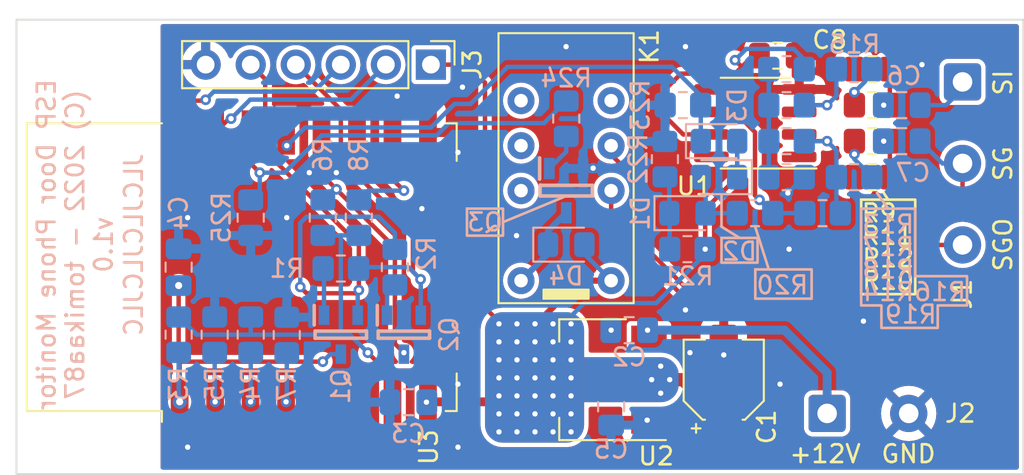
<source format=kicad_pcb>
(kicad_pcb (version 20211014) (generator pcbnew)
  (layers (0 "F.Cu" signal) (31 "B.Cu" signal) (34 "B.Paste" user) (35 "F.Paste" user) (36 "B.SilkS" user "B.Silkscreen") (37 "F.SilkS" user "F.Silkscreen") (38 "B.Mask" user) (39 "F.Mask" user) (44 "Edge.Cuts" user))
  (net 0 "")
  (net 1 "VDD")
  (net 2 "GND")
  (net 3 "+12V")
  (net 4 "SPEAKER_INPUT")
  (net 5 "SPEAKER_GND")
  (net 6 "Net-(Q1-Pad1)")
  (net 7 "ESP_EN")
  (net 8 "Net-(R5-Pad1)")
  (net 9 "ESP_GPIO0")
  (net 10 "Net-(R7-Pad1)")
  (net 11 "Net-(R8-Pad2)")
  (net 22 "ESP_RINGING_SENSE")
  (net 23 "ESP_MUTE_CTRL")
  (net 24 "ESP_RXD")
  (net 25 "ESP_TXD")
  (net 26 "PGM_RTS")
  (net 27 "ESP_~{RST}")
  (net 28 "Net-(Q2-Pad1)")
  (net 29 "PGM_DTR")
  (net 30 "Net-(C6-Pad2)")
  (net 31 "Net-(C7-Pad2)")
  (net 32 "Net-(D1-Pad1)")
  (net 33 "Net-(D1-Pad2)")
  (net 34 "Net-(D2-Pad1)")
  (net 35 "Net-(R11-Pad2)")
  (net 36 "Net-(R12-Pad2)")
  (net 37 "Net-(R13-Pad2)")
  (net 38 "Net-(R15-Pad2)")
  (net 39 "Net-(R16-Pad2)")
  (net 40 "Net-(R19-Pad2)")
  (net 44 "Net-(D4-Pad1)")
  (net 45 "SPEAKER_GND_OUT")
  (net 50 "Net-(Q3-Pad1)")
  (footprint "Connector_Wire:SolderWire-0.5sqmm_1x02_P4.6mm_D0.9mm_OD2.1mm" (layer "F.Cu") (at 153.91 107.061)
    (fp_text reference "J2")
    (fp_text value "PWR_IN")
  )
  (footprint "Capacitor_SMD:CP_Elec_4x3" (layer "F.Cu") (at 148.082 105.156 90)
    (fp_text reference "C1")
    (fp_text value "1000u")
  )
  (footprint "Capacitor_SMD:C_0805_2012Metric_Pad1.18x1.45mm_HandSolder" (layer "F.Cu") (at 151.13 86.868)
    (fp_text reference "C8")
    (fp_text value "100n")
  )
  (footprint "Resistor_SMD:R_0805_2012Metric_Pad1.20x1.40mm_HandSolder" (layer "F.Cu") (at 156.448 93.726 180)
    (fp_text reference "R10")
    (fp_text value "470k")
  )
  (footprint "Package_TO_SOT_SMD:SOT-223-3_TabPin2" (layer "F.Cu") (at 140.716 105.156 180)
    (fp_text reference "U2")
    (fp_text value "AMS1117-3.3")
  )
  (footprint "Resistor_SMD:R_0805_2012Metric_Pad1.20x1.40mm_HandSolder" (layer "F.Cu") (at 156.448 91.694 180)
    (fp_text reference "R12")
    (fp_text value "1M")
  )
  (footprint "axicom:FX2-D3204" (layer "F.Cu") (at 139.192 94.488 90)
    (fp_text reference "K1")
    (fp_text value "D3204")
  )
  (footprint "Connector_Wire:SolderWire-0.5sqmm_1x03_P4.6mm_D0.9mm_OD2.1mm" (layer "F.Cu") (at 161.544 88.35 -90)
    (fp_text reference "J1")
    (fp_text value "PHONE")
  )
  (footprint "Connector_PinHeader_2.54mm:PinHeader_1x06_P2.54mm_Vertical" (layer "F.Cu") (at 131.572 87.376 -90)
    (fp_text reference "J3")
    (fp_text value "PROGRAM")
  )
  (footprint "Package_SO:SOIC-8_3.9x4.9mm_P1.27mm" (layer "F.Cu") (at 149.86 90.678 180)
    (fp_text reference "U1")
    (fp_text value "OP07")
  )
  (footprint "Resistor_SMD:R_0805_2012Metric_Pad1.20x1.40mm_HandSolder" (layer "F.Cu") (at 156.448 89.662 180)
    (fp_text reference "R11")
    (fp_text value "1M")
  )
  (footprint "Resistor_SMD:R_0805_2012Metric_Pad1.20x1.40mm_HandSolder" (layer "F.Cu") (at 156.448 87.63 180)
    (fp_text reference "R9")
    (fp_text value "470k")
  )
  (footprint "RF_Module:ESP-12E" (layer "F.Cu") (at 120.904 98.806 90)
    (fp_text reference "U3")
    (fp_text value "ESP-12E")
  )
  (footprint "Resistor_SMD:R_0805_2012Metric_Pad1.20x1.40mm_HandSolder" (layer "B.Cu") (at 155.432 87.63 180)
    (fp_text reference "R15")
    (fp_text value "470k")
  )
  (footprint "Resistor_SMD:R_0805_2012Metric_Pad1.20x1.40mm_HandSolder" (layer "B.Cu") (at 125.476 96.012 90)
    (fp_text reference "R6")
    (fp_text value "10k")
  )
  (footprint "Diode_SMD:D_0805_2012Metric_Pad1.15x1.40mm_HandSolder" (layer "B.Cu") (at 147.812 93.726 180)
    (fp_text reference "D2")
    (fp_text value "1N4148")
  )
  (footprint "Resistor_SMD:R_0805_2012Metric_Pad1.20x1.40mm_HandSolder" (layer "B.Cu") (at 129.54 98.806 90)
    (fp_text reference "R2")
    (fp_text value "10k")
  )
  (footprint "Resistor_SMD:R_0805_2012Metric_Pad1.20x1.40mm_HandSolder" (layer "B.Cu") (at 146.034 97.79 180)
    (fp_text reference "R21")
    (fp_text value "10k")
  )
  (footprint "Diode_SMD:D_0805_2012Metric_Pad1.15x1.40mm_HandSolder" (layer "B.Cu") (at 146.034 95.758)
    (fp_text reference "D1")
    (fp_text value "1N4148")
  )
  (footprint "Capacitor_SMD:C_0805_2012Metric_Pad1.18x1.45mm_HandSolder" (layer "B.Cu") (at 141.732 106.68 -90)
    (fp_text reference "C5")
    (fp_text value "10u")
  )
  (footprint "Resistor_SMD:R_0805_2012Metric_Pad1.20x1.40mm_HandSolder" (layer "B.Cu") (at 151.622 87.63 180)
    (fp_text reference "R13")
    (fp_text value "10k")
  )
  (footprint "Resistor_SMD:R_0805_2012Metric_Pad1.20x1.40mm_HandSolder" (layer "B.Cu") (at 151.622 91.694)
    (fp_text reference "R18")
    (fp_text value "36k")
  )
  (footprint "SamacSys Parts:SOT95P280X125-3N" (layer "B.Cu") (at 139.201 94.488 -90)
    (fp_text reference "Q3")
    (fp_text value "AO3480" hide)
  )
  (footprint "Resistor_SMD:R_0805_2012Metric_Pad1.20x1.40mm_HandSolder" (layer "B.Cu") (at 119.38 102.616 90)
    (fp_text reference "R5")
    (fp_text value "10k")
  )
  (footprint "Resistor_SMD:R_0805_2012Metric_Pad1.20x1.40mm_HandSolder" (layer "B.Cu") (at 151.622 93.726)
    (fp_text reference "R14")
    (fp_text value "10k")
  )
  (footprint "Diode_SMD:D_0805_2012Metric_Pad1.15x1.40mm_HandSolder" (layer "B.Cu") (at 147.812 91.694)
    (fp_text reference "D3")
    (fp_text value "1N4148")
  )
  (footprint "Resistor_SMD:R_0805_2012Metric_Pad1.20x1.40mm_HandSolder" (layer "B.Cu") (at 144.764 92.71 90)
    (fp_text reference "R22")
    (fp_text value "100k")
  )
  (footprint "Resistor_SMD:R_0805_2012Metric_Pad1.20x1.40mm_HandSolder" (layer "B.Cu") (at 149.844 95.758 180)
    (fp_text reference "R20")
    (fp_text value "1k")
  )
  (footprint "Resistor_SMD:R_0805_2012Metric_Pad1.20x1.40mm_HandSolder" (layer "B.Cu") (at 117.348 102.616 -90)
    (fp_text reference "R3")
    (fp_text value "10k")
  )
  (footprint "SamacSys Parts:SOT95P240X115-3N" (layer "B.Cu") (at 126.492 102.616 -90)
    (fp_text reference "Q1")
    (fp_text value "SS8050-G" hide)
  )
  (footprint "SamacSys Parts:SOT95P240X115-3N" (layer "B.Cu") (at 130.048 102.616 -90)
    (fp_text reference "Q2")
    (fp_text value "SS8050-G" hide)
  )
  (footprint "Resistor_SMD:R_0805_2012Metric_Pad1.20x1.40mm_HandSolder" (layer "B.Cu") (at 145.78 89.662 180)
    (fp_text reference "R23")
    (fp_text value "100k")
  )
  (footprint "Resistor_SMD:R_0805_2012Metric_Pad1.20x1.40mm_HandSolder" (layer "B.Cu") (at 155.432 93.726 180)
    (fp_text reference "R16")
    (fp_text value "470k")
  )
  (footprint "Resistor_SMD:R_0805_2012Metric_Pad1.20x1.40mm_HandSolder" (layer "B.Cu") (at 126.492 98.8822)
    (fp_text reference "R1")
    (fp_text value "10k")
  )
  (footprint "Resistor_SMD:R_0805_2012Metric_Pad1.20x1.40mm_HandSolder" (layer "B.Cu") (at 127.508 96.012 90)
    (fp_text reference "R8")
    (fp_text value "10k")
  )
  (footprint "Diode_SMD:D_0805_2012Metric_Pad1.15x1.40mm_HandSolder" (layer "B.Cu") (at 139.201 97.536)
    (fp_text reference "D4")
    (fp_text value "1N4148")
  )
  (footprint "Resistor_SMD:R_0805_2012Metric_Pad1.20x1.40mm_HandSolder" (layer "B.Cu") (at 151.622 89.662)
    (fp_text reference "R17")
    (fp_text value "36k")
  )
  (footprint "Resistor_SMD:R_0805_2012Metric_Pad1.20x1.40mm_HandSolder" (layer "B.Cu") (at 121.412 96.012 -90)
    (fp_text reference "R25")
    (fp_text value "10k")
  )
  (footprint "Resistor_SMD:R_0805_2012Metric_Pad1.20x1.40mm_HandSolder" (layer "B.Cu") (at 139.201 90.424 -90)
    (fp_text reference "R24")
    (fp_text value "1k")
  )
  (footprint "Resistor_SMD:R_0805_2012Metric_Pad1.20x1.40mm_HandSolder" (layer "B.Cu") (at 123.444 102.632 90)
    (fp_text reference "R7")
    (fp_text value "10k")
  )
  (footprint "Capacitor_SMD:C_0805_2012Metric_Pad1.18x1.45mm_HandSolder" (layer "B.Cu") (at 142.748 102.362 180)
    (fp_text reference "C2")
    (fp_text value "10u")
  )
  (footprint "Capacitor_SMD:C_0805_2012Metric_Pad1.18x1.45mm_HandSolder" (layer "B.Cu") (at 158.115 89.662 180)
    (fp_text reference "C6")
    (fp_text value "1n")
  )
  (footprint "Capacitor_SMD:C_0805_2012Metric_Pad1.18x1.45mm_HandSolder" (layer "B.Cu") (at 117.348 98.806 90)
    (fp_text reference "C4")
    (fp_text value "100n")
  )
  (footprint "Capacitor_SMD:C_0805_2012Metric_Pad1.18x1.45mm_HandSolder" (layer "B.Cu") (at 130.302 106.426 180)
    (fp_text reference "C3")
    (fp_text value "100n")
  )
  (footprint "Resistor_SMD:R_0805_2012Metric_Pad1.20x1.40mm_HandSolder" (layer "B.Cu") (at 153.654 95.758 180)
    (fp_text reference "R19")
    (fp_text value "470k")
  )
  (footprint "Capacitor_SMD:C_0805_2012Metric_Pad1.18x1.45mm_HandSolder" (layer "B.Cu") (at 158.115 91.694 180)
    (fp_text reference "C7")
    (fp_text value "1n")
  )
  (footprint "Resistor_SMD:R_0805_2012Metric_Pad1.20x1.40mm_HandSolder" (layer "B.Cu") (at 121.412 102.616 -90)
    (fp_text reference "R4")
    (fp_text value "10k")
  )
  (gr_poly (pts (xy 158.877 99.314) (xy 161.798 99.314) (xy 161.798 100.965) (xy 160.147 100.965) (xy 160.147 102.235) (xy 156.972 102.235) (xy 156.972 100.965) (xy 155.829 100.965) (xy 155.829 95.504) (xy 158.877 95.504)) (layer "B.SilkS") (width 0.15) (fill none))
  (gr_line (start 147.955 96.52) (end 147.955 94.742) (layer "B.SilkS") (width 0.15))
  (gr_rect (start 133.604 95.504) (end 135.636 97.028) (layer "B.SilkS") (width 0.15) (fill none))
  (gr_line (start 157.353 95.504) (end 156.718 94.615) (layer "B.SilkS") (width 0.15))
  (gr_line (start 148.971 97.155) (end 147.955 96.52) (layer "B.SilkS") (width 0.15))
  (gr_line (start 135.636 96.266) (end 139.201 94.788) (layer "B.SilkS") (width 0.15))
  (gr_line (start 150.622 98.933) (end 149.844 96.493) (layer "B.SilkS") (width 0.15))
  (gr_rect (start 153.035 98.933) (end 149.86 100.584) (layer "B.SilkS") (width 0.15) (fill none))
  (gr_rect (start 147.955 97.155) (end 149.987 98.552) (layer "B.SilkS") (width 0.15) (fill none))
  (gr_rect (start 155.829 94.996) (end 158.877 100.33) (layer "F.SilkS") (width 0.15) (fill none))
  (gr_line (start 157.353 94.996) (end 157.099 94.615) (layer "F.SilkS") (width 0.15))
  (gr_rect (start 108.204 84.836) (end 164.973 110.49) (layer "Edge.Cuts") (width 0.1) (fill none))
  (gr_text "JLCJLCJLCJLC" (at 114.808 97.536 90) (layer "B.SilkS") (effects (font (size 1 1)) (justify mirror)))
  (gr_text "ESP Door Phone Monitor\n(C) 2022 - tomikaa87\nv1.0" (at 111.506 97.536 90) (layer "B.SilkS") (effects (font (size 1 1)) (justify mirror)))
  (gr_text "SGO" (at 163.83 97.536 90) (layer "F.SilkS") (effects (font (size 1 1))))
  (gr_text "GND" (at 158.496 109.347) (layer "F.SilkS") (effects (font (size 1 1))))
  (gr_text "SI" (at 163.83 88.392 90) (layer "F.SilkS") (effects (font (size 1 1))))
  (gr_text "SG" (at 163.83 92.964 90) (layer "F.SilkS") (effects (font (size 1 1))))
  (gr_text "+12V" (at 153.797 109.347) (layer "F.SilkS") (effects (font (size 1 1))))
  (segment (start 148.082 106.956) (end 147.596 106.956) (width 0.75) (layer "F.Cu") (net 1))
  (segment (start 148.844 91.694) (end 148.844 93.726) (width 0.25) (layer "F.Cu") (net 1))
  (segment (start 147.034 95.536) (end 147.034 97.79) (width 0.25) (layer "F.Cu") (net 1))
  (segment (start 148.844 93.726) (end 147.034 95.536) (width 0.25) (layer "F.Cu") (net 1))
  (segment (start 130.556 104.648) (end 131.404 105.496) (width 0.25) (layer "F.Cu") (net 1))
  (segment (start 141.732 99.568) (end 139.954 99.568) (width 0.35) (layer "F.Cu") (net 1))
  (segment (start 148.717 87.122) (end 149.098 87.503) (width 0.25) (layer "F.Cu") (net 1))
  (segment (start 145.669 87.884) (end 144.907 88.646) (width 0.25) (layer "F.Cu") (net 1))
  (segment (start 147.596 106.956) (end 145.796 105.156) (width 0.75) (layer "F.Cu") (net 1))
  (segment (start 150.0925 86.868) (end 149.733 86.868) (width 0.25) (layer "F.Cu") (net 1))
  (segment (start 134.62 88.392) (end 134.62 101.092) (width 0.25) (layer "F.Cu") (net 1))
  (segment (start 139.954 99.568) (end 137.566 101.956) (width 0.35) (layer "F.Cu") (net 1))
  (segment (start 131.404 105.496) (end 131.404 106.406) (width 0.25) (layer "F.Cu") (net 1))
  (segment (start 149.098 87.503) (end 148.717 87.884) (width 0.25) (layer "F.Cu") (net 1))
  (segment (start 144.907 90.424) (end 145.796 91.313) (width 0.25) (layer "F.Cu") (net 1))
  (segment (start 145.796 91.313) (end 147.385 91.313) (width 0.25) (layer "F.Cu") (net 1))
  (segment (start 148.463 91.313) (end 148.844 91.694) (width 0.25) (layer "F.Cu") (net 1))
  (segment (start 131.572 87.376) (end 133.604 87.376) (width 0.25) (layer "F.Cu") (net 1))
  (segment (start 133.604 87.376) (end 134.62 88.392) (width 0.25) (layer "F.Cu") (net 1))
  (segment (start 134.62 101.092) (end 135.128 101.6) (width 0.25) (layer "F.Cu") (net 1))
  (segment (start 128.016 103.632) (end 129.032 104.648) (width 0.25) (layer "F.Cu") (net 1))
  (segment (start 144.907 88.646) (end 144.907 90.424) (width 0.25) (layer "F.Cu") (net 1))
  (segment (start 131.404 106.406) (end 134.854 106.406) (width 0.5) (layer "F.Cu") (net 1))
  (segment (start 149.733 86.868) (end 149.098 87.503) (width 0.25) (layer "F.Cu") (net 1))
  (segment (start 148.717 87.884) (end 145.669 87.884) (width 0.25) (layer "F.Cu") (net 1))
  (segment (start 129.032 104.648) (end 130.556 104.648) (width 0.25) (layer "F.Cu") (net 1))
  (segment (start 147.385 91.313) (end 148.463 91.313) (width 0.25) (layer "F.Cu") (net 1))
  (segment (start 145.796 105.156) (end 145.034 105.156) (width 0.75) (layer "F.Cu") (net 1))
  (via (at 136.4234 103.0224) (size 0.6) (drill 0.3) (layers "F.Cu" "B.Cu") (net 1))
  (via (at 136.4234 106.0704) (size 0.6) (drill 0.3) (layers "F.Cu" "B.Cu") (net 1))
  (via (at 136.4234 107.0864) (size 0.6) (drill 0.3) (layers "F.Cu" "B.Cu") (net 1))
  (via (at 137.4394 102.0064) (size 0.6) (drill 0.3) (layers "F.Cu" "B.Cu") (net 1))
  (via (at 137.4394 104.0384) (size 0.6) (drill 0.3) (layers "F.Cu" "B.Cu") (net 1))
  (via (at 131.318 106.426) (size 0.6) (drill 0.3) (layers "F.Cu" "B.Cu") (net 1))
  (via (at 135.4074 108.1024) (size 0.6) (drill 0.3) (layers "F.Cu" "B.Cu") (net 1))
  (via (at 137.4394 107.0864) (size 0.6) (drill 0.3) (layers "F.Cu" "B.Cu") (net 1))
  (via (at 137.4394 106.0704) (size 0.6) (drill 0.3) (layers "F.Cu" "B.Cu") (net 1))
  (via (at 138.4554 104.0384) (size 0.6) (drill 0.3) (layers "F.Cu" "B.Cu") (net 1))
  (via (at 135.4074 107.0864) (size 0.6) (drill 0.3) (layers "F.Cu" "B.Cu") (net 1))
  (via (at 128.016 103.632) (size 0.6) (drill 0.3) (layers "F.Cu" "B.Cu") (net 1))
  (via (at 137.4394 108.1024) (size 0.6) (drill 0.3) (layers "F.Cu" "B.Cu") (net 1))
  (via (at 135.4074 104.0384) (size 0.6) (drill 0.3) (layers "F.Cu" "B.Cu") (net 1))
  (via (at 144.526 104.394) (size 0.6) (drill 0.3) (layers "F.Cu" "B.Cu") (net 1))
  (via (at 145.034 105.156) (size 0.6) (drill 0.3) (layers "F.Cu" "B.Cu") (net 1))
  (via (at 144.526 105.918) (size 0.6) (drill 0.3) (layers "F.Cu" "B.Cu") (net 1))
  (via (at 139.4714 108.1024) (size 0.6) (drill 0.3) (layers "F.Cu" "B.Cu") (net 1))
  (via (at 147.034 97.79) (size 0.6) (drill 0.3) (layers "F.Cu" "B.Cu") (net 1))
  (via (at 138.4554 106.0704) (size 0.6) (drill 0.3) (layers "F.Cu" "B.Cu") (net 1))
  (via (at 135.4074 105.0544) (size 0.6) (drill 0.3) (layers "F.Cu" "B.Cu") (net 1))
  (via (at 144.018 105.156) (size 0.6) (drill 0.3) (layers "F.Cu" "B.Cu") (net 1))
  (via (at 138.4554 105.0544) (size 0.6) (drill 0.3) (layers "F.Cu" "B.Cu") (net 1))
  (via (at 139.4714 102.0064) (size 0.6) (drill 0.3) (layers "F.Cu" "B.Cu") (net 1))
  (via (at 136.4234 108.1024) (size 0.6) (drill 0.3) (layers "F.Cu" "B.Cu") (net 1))
  (via (at 139.4714 103.0224) (size 0.6) (drill 0.3) (layers "F.Cu" "B.Cu") (net 1))
  (via (at 136.4234 105.0544) (size 0.6) (drill 0.3) (layers "F.Cu" "B.Cu") (net 1))
  (via (at 138.4554 103.0224) (size 0.6) (drill 0.3) (layers "F.Cu" "B.Cu") (net 1))
  (via (at 135.4074 106.0704) (size 0.6) (drill 0.3) (layers "F.Cu" "B.Cu") (net 1))
  (via (at 148.717 87.122) (size 0.6) (drill 0.3) (layers "F.Cu" "B.Cu") (net 1))
  (via (at 139.4714 106.0704) (size 0.6) (drill 0.3) (layers "F.Cu" "B.Cu") (net 1))
  (via (at 138.4554 102.0064) (size 0.6) (drill 0.3) (layers "F.Cu" "B.Cu") (net 1))
  (via (at 139.4714 107.0864) (size 0.6) (drill 0.3) (layers "F.Cu" "B.Cu") (net 1))
  (via (at 136.4234 104.0384) (size 0.6) (drill 0.3) (layers "F.Cu" "B.Cu") (net 1))
  (via (at 135.4074 103.0224) (size 0.6) (drill 0.3) (layers "F.Cu" "B.Cu") (net 1))
  (via (at 135.4074 102.0064) (size 0.6) (drill 0.3) (layers "F.Cu" "B.Cu") (net 1))
  (via (at 139.4714 104.0384) (size 0.6) (drill 0.3) (layers "F.Cu" "B.Cu") (net 1))
  (via (at 138.4554 107.0864) (size 0.6) (drill 0.3) (layers "F.Cu" "B.Cu") (net 1))
  (via (at 137.4394 103.0224) (size 0.6) (drill 0.3) (layers "F.Cu" "B.Cu") (net 1))
  (via (at 136.4234 102.0064) (size 0.6) (drill 0.3) (layers "F.Cu" "B.Cu") (net 1))
  (via (at 137.4394 105.0544) (size 0.6) (drill 0.3) (layers "F.Cu" "B.Cu") (net 1))
  (via (at 139.4714 105.0544) (size 0.6) (drill 0.3) (layers "F.Cu" "B.Cu") (net 1))
  (via (at 138.4554 108.1024) (size 0.6) (drill 0.3) (layers "F.Cu" "B.Cu") (net 1))
  (segment (start 125.476 97.012) (end 126.508 97.012) (width 0.25) (layer "B.Cu") (net 1))
  (segment (start 126.508 97.012) (end 126.492 97.028) (width 0.25) (layer "B.Cu") (net 1))
  (segment (start 147.034 98.076) (end 144.272 100.838) (width 0.25) (layer "B.Cu") (net 1))
  (segment (start 140.208 100.838) (end 138.684 102.362) (width 0.25) (layer "B.Cu") (net 1))
  (segment (start 144.272 100.838) (end 140.208 100.838) (width 0.25) (layer "B.Cu") (net 1))
  (segment (start 149.733 86.487) (end 149.352 86.487) (width 0.25) (layer "B.Cu") (net 1))
  (segment (start 141.732 99.568) (end 140.226 98.062) (width 0.25) (layer "B.Cu") (net 1))
  (segment (start 126.492 102.616) (end 127 102.616) (width 0.25) (layer "B.Cu") (net 1))
  (segment (start 138.684 102.362) (end 138.684 103.124) (width 0.25) (layer "B.Cu") (net 1))
  (segment (start 126.492 97.028) (end 126.492 102.616) (width 0.25) (layer "B.Cu") (net 1))
  (segment (start 149.352 86.487) (end 148.717 87.122) (width 0.25) (layer "B.Cu") (net 1))
  (segment (start 140.226 98.062) (end 140.226 97.536) (width 0.25) (layer "B.Cu") (net 1))
  (segment (start 152.019 86.487) (end 149.733 86.487) (width 0.25) (layer "B.Cu") (net 1))
  (segment (start 118.364 102.616) (end 121.412 102.616) (width 0.25) (layer "B.Cu") (net 1))
  (segment (start 126.508 97.012) (end 127.508 97.012) (width 0.25) (layer "B.Cu") (net 1))
  (segment (start 121.412 102.616) (end 121.412 101.616) (width 0.25) (layer "B.Cu") (net 1))
  (segment (start 152.622 87.09) (end 152.019 86.487) (width 0.25) (layer "B.Cu") (net 1))
  (segment (start 127 102.616) (end 128.016 103.632) (width 0.25) (layer "B.Cu") (net 1))
  (segment (start 121.412 102.616) (end 126.492 102.616) (width 0.25) (layer "B.Cu") (net 1))
  (segment (start 117.364 101.616) (end 118.364 102.616) (width 0.25) (layer "B.Cu") (net 1))
  (segment (start 147.034 97.79) (end 147.034 98.076) (width 0.25) (layer "B.Cu") (net 1))
  (segment (start 152.622 87.63) (end 152.622 87.09) (width 0.25) (layer "B.Cu") (net 1))
  (segment (start 117.348 101.616) (end 117.364 101.616) (width 0.25) (layer "B.Cu") (net 1))
  (via (at 133.35 88.646) (size 0.6) (drill 0.3) (layers "F.Cu" "B.Cu") (net 2))
  (via (at 140.716 93.218) (size 0.6) (drill 0.3) (layers "F.Cu" "B.Cu") (net 2))
  (via (at 131.064 95.504) (size 0.6) (drill 0.3) (layers "F.Cu" "B.Cu") (net 2))
  (via (at 133.096 92.329) (size 0.6) (drill 0.3) (layers "F.Cu" "B.Cu") (net 2))
  (via (at 141.732 102.362) (size 0.6) (drill 0.3) (layers "F.Cu" "B.Cu") (net 2))
  (via (at 139.192 86.36) (size 0.6) (drill 0.3) (layers "F.Cu" "B.Cu") (net 2))
  (via (at 155.956 101.854) (size 0.6) (drill 0.3) (layers "F.Cu" "B.Cu") (net 2))
  (via (at 159.258 87.376) (size 0.6) (drill 0.3) (layers "F.Cu" "B.Cu") (net 2))
  (via (at 129.667 89.154) (size 0.6) (drill 0.3) (layers "F.Cu" "B.Cu") (net 2))
  (via (at 145.923 101.219) (size 0.6) (drill 0.3) (layers "F.Cu" "B.Cu") (net 2))
  (via (at 123.444 96.012) (size 0.6) (drill 0.3) (layers "F.Cu" "B.Cu") (net 2))
  (via (at 133.096 105.41) (size 0.6) (drill 0.3) (layers "F.Cu" "B.Cu") (net 2))
  (via (at 151.257 105.41) (size 0.6) (drill 0.3) (layers "F.Cu" "B.Cu") (net 2))
  (via (at 143.764 107.442) (size 0.6) (drill 0.3) (layers "F.Cu" "B.Cu") (net 2))
  (via (at 145.923 86.36) (size 0.6) (drill 0.3) (layers "F.Cu" "B.Cu") (net 2))
  (via (at 133.096 108.966) (size 0.6) (drill 0.3) (layers "F.Cu" "B.Cu") (net 2))
  (via (at 148.082 103.759) (size 0.6) (drill 0.3) (layers "F.Cu" "B.Cu") (net 2))
  (via (at 146.177 103.632) (size 0.6) (drill 0.3) (layers "F.Cu" "B.Cu") (net 2))
  (via (at 126.238 93.472) (size 0.6) (drill 0.3) (layers "F.Cu" "B.Cu") (net 2))
  (via (at 117.856 108.966) (size 0.6) (drill 0.3) (layers "F.Cu" "B.Cu") (net 2))
  (via (at 117.856 96.012) (size 0.6) (drill 0.3) (layers "F.Cu" "B.Cu") (net 2))
  (via (at 151.765 97.79) (size 0.6) (drill 0.3) (layers "F.Cu" "B.Cu") (net 2))
  (via (at 151.696394 94.619739) (size 0.6) (drill 0.3) (layers "F.Cu" "B.Cu") (net 2))
  (via (at 124.714 93.472) (size 0.6) (drill 0.3) (layers "F.Cu" "B.Cu") (net 2))
  (via (at 136.398 97.028) (size 0.6) (drill 0.3) (layers "F.Cu" "B.Cu") (net 2))
  (segment (start 152.622 93.726) (end 152.590133 93.726) (width 0.25) (layer "B.Cu") (net 2))
  (segment (start 152.590133 93.726) (end 151.696394 94.619739) (width 0.25) (layer "B.Cu") (net 2))
  (segment (start 143.866 102.856) (end 143.866 102.514) (width 0.25) (layer "F.Cu") (net 3))
  (via (at 143.7855 102.362) (size 0.6) (drill 0.3) (layers "F.Cu" "B.Cu") (net 3))
  (segment (start 153.91 104.761) (end 153.91 107.061) (width 0.5) (layer "B.Cu") (net 3))
  (segment (start 151.511 102.362) (end 153.91 104.761) (width 0.5) (layer "B.Cu") (net 3))
  (segment (start 143.7855 102.362) (end 151.511 102.362) (width 0.5) (layer "B.Cu") (net 3))
  (segment (start 161.925 88.35) (end 160.613 89.662) (width 0.25) (layer "B.Cu") (net 4))
  (segment (start 160.613 89.662) (end 159.1525 89.662) (width 0.25) (layer "B.Cu") (net 4))
  (segment (start 143.002 97.027282) (end 143.002 93.726) (width 0.25) (layer "F.Cu") (net 5))
  (segment (start 145.855198 99.88048) (end 143.002 97.027282) (width 0.25) (layer "F.Cu") (net 5))
  (segment (start 141.732 92.456) (end 141.732 91.948) (width 0.25) (layer "F.Cu") (net 5))
  (segment (start 156.12352 99.88048) (end 145.855198 99.88048) (width 0.25) (layer "F.Cu") (net 5))
  (segment (start 161.544 94.460001) (end 156.12352 99.88048) (width 0.25) (layer "F.Cu") (net 5))
  (segment (start 143.002 93.726) (end 141.732 92.456) (width 0.25) (layer "F.Cu") (net 5))
  (segment (start 161.544 92.95) (end 161.544 94.460001) (width 0.25) (layer "F.Cu") (net 5))
  (segment (start 161.925 92.95) (end 160.4085 92.95) (width 0.25) (layer "B.Cu") (net 5))
  (segment (start 160.4085 92.95) (end 159.1525 91.694) (width 0.25) (layer "B.Cu") (net 5))
  (segment (start 125.542 98.9322) (end 125.492 98.8822) (width 0.25) (layer "B.Cu") (net 6))
  (segment (start 125.542 101.516) (end 125.542 98.9322) (width 0.25) (layer "B.Cu") (net 6))
  (via (at 121.404 106.406) (size 0.6) (drill 0.3) (layers "F.Cu" "B.Cu") (net 7))
  (segment (start 121.412 106.398) (end 121.404 106.406) (width 0.25) (layer "B.Cu") (net 7))
  (segment (start 121.412 103.616) (end 121.412 106.398) (width 0.25) (layer "B.Cu") (net 7))
  (via (at 119.404 106.406) (size 0.6) (drill 0.3) (layers "F.Cu" "B.Cu") (net 8))
  (segment (start 119.38 103.616) (end 119.38 106.382) (width 0.25) (layer "B.Cu") (net 8))
  (segment (start 119.38 106.382) (end 119.404 106.406) (width 0.25) (layer "B.Cu") (net 8))
  (segment (start 126.246003 94.412375) (end 125.404 93.570372) (width 0.25) (layer "F.Cu") (net 9))
  (segment (start 125.404 93.570372) (end 125.404 91.206) (width 0.25) (layer "F.Cu") (net 9))
  (segment (start 129.54 103.124) (end 130.048 103.632) (width 0.25) (layer "F.Cu") (net 9))
  (segment (start 129.54 97.706372) (end 126.246003 94.412375) (width 0.25) (layer "F.Cu") (net 9))
  (segment (start 129.54 97.706372) (end 129.54 103.124) (width 0.25) (layer "F.Cu") (net 9))
  (via (at 126.246003 94.412375) (size 0.6) (drill 0.3) (layers "F.Cu" "B.Cu") (net 9))
  (via (at 130.048 103.632) (size 0.6) (drill 0.3) (layers "F.Cu" "B.Cu") (net 9))
  (segment (start 126.075625 94.412375) (end 125.476 95.012) (width 0.25) (layer "B.Cu") (net 9))
  (segment (start 126.246003 94.412375) (end 126.075625 94.412375) (width 0.25) (layer "B.Cu") (net 9))
  (via (at 123.404 106.406) (size 0.6) (drill 0.3) (layers "F.Cu" "B.Cu") (net 10))
  (segment (start 123.444 106.366) (end 123.404 106.406) (width 0.25) (layer "B.Cu") (net 10))
  (segment (start 123.444 103.632) (end 123.444 106.366) (width 0.25) (layer "B.Cu") (net 10))
  (segment (start 127.404 91.206) (end 127.404 91.844) (width 0.25) (layer "F.Cu") (net 11))
  (segment (start 127.404 91.844) (end 130.048 94.488) (width 0.25) (layer "F.Cu") (net 11))
  (via (at 130.048 94.488) (size 0.6) (drill 0.3) (layers "F.Cu" "B.Cu") (net 11))
  (segment (start 128.032 94.488) (end 127.508 95.012) (width 0.25) (layer "B.Cu") (net 11))
  (segment (start 130.048 94.488) (end 128.032 94.488) (width 0.25) (layer "B.Cu") (net 11))
  (via (at 123.444 91.948) (size 0.6) (drill 0.3) (layers "F.Cu" "B.Cu") (net 22))
  (segment (start 146.787 91.694) (end 146.787 89.669) (width 0.25) (layer "B.Cu") (net 22))
  (segment (start 146.78 89.122) (end 145.161 87.503) (width 0.25) (layer "B.Cu") (net 22))
  (segment (start 124.472031 90.919969) (end 123.444 91.948) (width 0.25) (layer "B.Cu") (net 22))
  (segment (start 146.78 89.662) (end 146.78 89.122) (width 0.25) (layer "B.Cu") (net 22))
  (segment (start 132.898489 89.59348) (end 131.572 90.919969) (width 0.25) (layer "B.Cu") (net 22))
  (segment (start 133.79952 89.59348) (end 132.898489 89.59348) (width 0.25) (layer "B.Cu") (net 22))
  (segment (start 135.89 87.503) (end 133.79952 89.59348) (width 0.25) (layer "B.Cu") (net 22))
  (segment (start 146.787 89.669) (end 146.78 89.662) (width 0.25) (layer "B.Cu") (net 22))
  (segment (start 145.161 87.503) (end 135.89 87.503) (width 0.25) (layer "B.Cu") (net 22))
  (segment (start 131.572 90.919969) (end 124.472031 90.919969) (width 0.25) (layer "B.Cu") (net 22))
  (segment (start 121.404 91.206) (end 121.404 92.956) (width 0.25) (layer "F.Cu") (net 23))
  (segment (start 121.404 92.956) (end 121.92 93.472) (width 0.25) (layer "F.Cu") (net 23))
  (via (at 121.92 93.472) (size 0.6) (drill 0.3) (layers "F.Cu" "B.Cu") (net 23))
  (segment (start 132.588 90.678) (end 131.896511 91.369489) (width 0.25) (layer "B.Cu") (net 23))
  (segment (start 137.947 90.678) (end 132.588 90.678) (width 0.25) (layer "B.Cu") (net 23))
  (segment (start 121.92 94.504) (end 121.412 95.012) (width 0.25) (layer "B.Cu") (net 23))
  (segment (start 123.317 93.472) (end 121.92 93.472) (width 0.25) (layer "B.Cu") (net 23))
  (segment (start 125.419511 91.369489) (end 123.317 93.472) (width 0.25) (layer "B.Cu") (net 23))
  (segment (start 131.896511 91.369489) (end 125.419511 91.369489) (width 0.25) (layer "B.Cu") (net 23))
  (segment (start 139.201 89.424) (end 137.947 90.678) (width 0.25) (layer "B.Cu") (net 23))
  (segment (start 121.92 93.472) (end 121.92 94.504) (width 0.25) (layer "B.Cu") (net 23))
  (segment (start 120.304498 90.424) (end 120.186 90.424) (width 0.25) (layer "F.Cu") (net 24))
  (segment (start 120.186 90.424) (end 119.404 91.206) (width 0.25) (layer "F.Cu") (net 24))
  (via (at 120.304498 90.424) (size 0.6) (drill 0.3) (layers "F.Cu" "B.Cu") (net 24))
  (segment (start 121.378978 89.34952) (end 120.304498 90.424) (width 0.25) (layer "B.Cu") (net 24))
  (segment (start 129.032 87.376) (end 127.05848 89.34952) (width 0.25) (layer "B.Cu") (net 24))
  (segment (start 127.05848 89.34952) (end 121.378978 89.34952) (width 0.25) (layer "B.Cu") (net 24))
  (segment (start 117.856 89.408) (end 117.404 89.86) (width 0.25) (layer "F.Cu") (net 25))
  (segment (start 118.81857 89.408) (end 117.856 89.408) (width 0.25) (layer "F.Cu") (net 25))
  (segment (start 117.404 89.86) (end 117.404 91.206) (width 0.25) (layer "F.Cu") (net 25))
  (segment (start 118.869052 89.357518) (end 118.81857 89.408) (width 0.25) (layer "F.Cu") (net 25))
  (via (at 118.869052 89.357518) (size 0.6) (drill 0.3) (layers "F.Cu" "B.Cu") (net 25))
  (segment (start 119.32657 88.9) (end 118.869052 89.357518) (width 0.25) (layer "B.Cu") (net 25))
  (segment (start 124.968 88.9) (end 119.32657 88.9) (width 0.25) (layer "B.Cu") (net 25))
  (segment (start 126.492 87.376) (end 124.968 88.9) (width 0.25) (layer "B.Cu") (net 25))
  (segment (start 127.508 100.076) (end 127.508 97.536) (width 0.25) (layer "F.Cu") (net 26))
  (segment (start 127.3048 100.2792) (end 127.508 100.076) (width 0.25) (layer "F.Cu") (net 26))
  (segment (start 124.5616 100.2792) (end 127.3048 100.2792) (width 0.25) (layer "F.Cu") (net 26))
  (segment (start 122.228511 92.256511) (end 122.228511 88.192511) (width 0.25) (layer "F.Cu") (net 26))
  (segment (start 124.206 99.9236) (end 124.5616 100.2792) (width 0.25) (layer "F.Cu") (net 26))
  (segment (start 127.508 97.536) (end 122.228511 92.256511) (width 0.25) (layer "F.Cu") (net 26))
  (segment (start 122.228511 88.192511) (end 121.412 87.376) (width 0.25) (layer "F.Cu") (net 26))
  (via (at 124.206 99.9236) (size 0.6) (drill 0.3) (layers "F.Cu" "B.Cu") (net 26))
  (via (at 127.508 100.1014) (size 0.6) (drill 0.3) (layers "F.Cu" "B.Cu") (net 26))
  (segment (start 124.206 96.3168) (end 124.206 99.9236) (width 0.25) (layer "B.Cu") (net 26))
  (segment (start 127.442 100.142) (end 127.508 100.076) (width 0.25) (layer "B.Cu") (net 26))
  (segment (start 129.54 97.806) (end 129.54 96.8756) (width 0.25) (layer "B.Cu") (net 26))
  (segment (start 128.6256 95.9612) (end 124.5616 95.9612) (width 0.25) (layer "B.Cu") (net 26))
  (segment (start 129.54 96.8756) (end 128.6764 96.012) (width 0.25) (layer "B.Cu") (net 26))
  (segment (start 127.442 101.516) (end 127.442 100.142) (width 0.25) (layer "B.Cu") (net 26))
  (segment (start 128.6764 96.012) (end 128.6256 95.9612) (width 0.25) (layer "B.Cu") (net 26))
  (segment (start 124.5616 95.9612) (end 124.206 96.3168) (width 0.25) (layer "B.Cu") (net 26))
  (segment (start 117.348 104.14) (end 117.348 99.8435) (width 0.25) (layer "F.Cu") (net 27))
  (segment (start 125.476 104.14) (end 117.348 104.14) (width 0.25) (layer "F.Cu") (net 27))
  (segment (start 117.404 104.196) (end 117.404 106.406) (width 0.25) (layer "F.Cu") (net 27))
  (segment (start 117.348 104.14) (end 117.404 104.196) (width 0.25) (layer "F.Cu") (net 27))
  (via (at 125.476 104.14) (size 0.6) (drill 0.3) (layers "F.Cu" "B.Cu") (net 27))
  (via (at 117.348 99.8435) (size 0.8) (drill 0.4) (layers "F.Cu" "B.Cu") (net 27))
  (via (at 117.404 106.406) (size 0.8) (drill 0.4) (layers "F.Cu" "B.Cu") (net 27))
  (segment (start 125.9 103.716) (end 125.476 104.14) (width 0.25) (layer "B.Cu") (net 27))
  (segment (start 126.492 103.716) (end 125.9 103.716) (width 0.25) (layer "B.Cu") (net 27))
  (segment (start 117.348 103.616) (end 117.348 106.35) (width 0.25) (layer "B.Cu") (net 27))
  (segment (start 117.348 106.35) (end 117.404 106.406) (width 0.25) (layer "B.Cu") (net 27))
  (segment (start 129.098 101.516) (end 129.098 100.248) (width 0.25) (layer "B.Cu") (net 28))
  (segment (start 129.098 100.248) (end 129.54 99.806) (width 0.25) (layer "B.Cu") (net 28))
  (segment (start 130.556 99.06) (end 130.9878 99.4918) (width 0.25) (layer "F.Cu") (net 29))
  (segment (start 130.556 96.757022) (end 130.556 99.06) (width 0.25) (layer "F.Cu") (net 29))
  (segment (start 130.556 96.757022) (end 126.492 92.693022) (width 0.25) (layer "F.Cu") (net 29))
  (segment (start 126.492 92.693022) (end 126.492 89.916) (width 0.25) (layer "F.Cu") (net 29))
  (segment (start 126.492 89.916) (end 123.952 87.376) (width 0.25) (layer "F.Cu") (net 29))
  (via (at 130.9878 99.4918) (size 0.6) (drill 0.3) (layers "F.Cu" "B.Cu") (net 29))
  (segment (start 130.998 99.502) (end 130.998 101.516) (width 0.25) (layer "B.Cu") (net 29))
  (segment (start 127.492 98.806) (end 130.302 98.806) (width 0.25) (layer "B.Cu") (net 29))
  (segment (start 130.302 98.806) (end 130.998 99.502) (width 0.25) (layer "B.Cu") (net 29))
  (segment (start 157.448 87.63) (end 157.448 89.662) (width 0.25) (layer "F.Cu") (net 30))
  (via (at 157.099 89.662) (size 0.6) (drill 0.3) (layers "F.Cu" "B.Cu") (net 30))
  (segment (start 157.0775 89.662) (end 157.099 89.662) (width 0.25) (layer "B.Cu") (net 30))
  (segment (start 157.448 93.726) (end 157.448 91.694) (width 0.25) (layer "F.Cu") (net 31))
  (via (at 157.099 91.694) (size 0.6) (drill 0.3) (layers "F.Cu" "B.Cu") (net 31))
  (segment (start 157.0775 91.694) (end 157.099 91.694) (width 0.25) (layer "B.Cu") (net 31))
  (segment (start 145.009 93.955) (end 144.764 93.71) (width 0.25) (layer "B.Cu") (net 32))
  (segment (start 145.034 95.783) (end 145.009 95.758) (width 0.25) (layer "B.Cu") (net 32))
  (segment (start 145.034 97.79) (end 145.034 95.783) (width 0.25) (layer "B.Cu") (net 32))
  (segment (start 145.009 95.758) (end 145.009 93.955) (width 0.25) (layer "B.Cu") (net 32))
  (segment (start 148.844 95.758) (end 147.059 95.758) (width 0.25) (layer "B.Cu") (net 33))
  (segment (start 147.059 93.998) (end 146.787 93.726) (width 0.25) (layer "B.Cu") (net 33))
  (segment (start 147.059 95.758) (end 147.059 93.998) (width 0.25) (layer "B.Cu") (net 33))
  (segment (start 148.837 91.694) (end 148.837 93.726) (width 0.25) (layer "B.Cu") (net 34))
  (segment (start 155.448 88.9295) (end 155.448 89.662) (width 0.25) (layer "F.Cu") (net 35))
  (via (at 155.448 88.9295) (size 0.6) (drill 0.3) (layers "F.Cu" "B.Cu") (net 35))
  (segment (start 156.432 87.63) (end 156.432 87.9455) (width 0.25) (layer "B.Cu") (net 35))
  (segment (start 156.432 87.9455) (end 155.448 88.9295) (width 0.25) (layer "B.Cu") (net 35))
  (segment (start 155.448 92.4265) (end 155.448 91.694) (width 0.25) (layer "F.Cu") (net 36))
  (via (at 155.448 92.4265) (size 0.6) (drill 0.3) (layers "F.Cu" "B.Cu") (net 36))
  (segment (start 156.432 93.726) (end 156.432 93.694) (width 0.25) (layer "B.Cu") (net 36))
  (segment (start 156.432 93.694) (end 155.448 92.71) (width 0.25) (layer "B.Cu") (net 36))
  (segment (start 155.448 92.71) (end 155.448 92.4265) (width 0.25) (layer "B.Cu") (net 36))
  (segment (start 150.622 87.63) (end 150.622 93.726) (width 0.25) (layer "B.Cu") (net 37))
  (segment (start 153.908 89.662) (end 152.716 89.662) (width 0.25) (layer "F.Cu") (net 38))
  (segment (start 152.716 89.662) (end 152.335 90.043) (width 0.25) (layer "F.Cu") (net 38))
  (via (at 153.908 89.662) (size 0.6) (drill 0.3) (layers "F.Cu" "B.Cu") (net 38))
  (segment (start 152.622 89.662) (end 153.908 89.662) (width 0.25) (layer "B.Cu") (net 38))
  (segment (start 154.432 88.138) (end 154.432 89.138) (width 0.25) (layer "B.Cu") (net 38))
  (segment (start 154.432 89.138) (end 153.908 89.662) (width 0.25) (layer "B.Cu") (net 38))
  (segment (start 153.908 91.694) (end 152.716 91.694) (width 0.25) (layer "F.Cu") (net 39))
  (segment (start 152.716 91.694) (end 152.335 91.313) (width 0.25) (layer "F.Cu") (net 39))
  (via (at 153.908 91.694) (size 0.6) (drill 0.3) (layers "F.Cu" "B.Cu") (net 39))
  (segment (start 154.432 92.218) (end 153.908 91.694) (width 0.25) (layer "B.Cu") (net 39))
  (segment (start 152.622 91.694) (end 153.908 91.694) (width 0.25) (layer "B.Cu") (net 39))
  (segment (start 154.432 93.218) (end 154.432 92.218) (width 0.25) (layer "B.Cu") (net 39))
  (segment (start 154.432 93.218) (end 154.432 95.536) (width 0.25) (layer "B.Cu") (net 39))
  (segment (start 154.432 95.536) (end 154.654 95.758) (width 0.25) (layer "B.Cu") (net 39))
  (segment (start 150.095666 95.006998) (end 149.844 94.755332) (width 0.25) (layer "F.Cu") (net 40))
  (segment (start 148.701 90.043) (end 147.385 90.043) (width 0.25) (layer "F.Cu") (net 40))
  (segment (start 149.844 91.186) (end 148.701 90.043) (width 0.25) (layer "F.Cu") (net 40))
  (segment (start 149.844 94.755332) (end 149.844 91.186) (width 0.25) (layer "F.Cu") (net 40))
  (via (at 150.095666 95.006998) (size 0.6) (drill 0.3) (layers "F.Cu" "B.Cu") (net 40))
  (segment (start 150.844 95.755332) (end 150.095666 95.006998) (width 0.25) (layer "B.Cu") (net 40))
  (segment (start 150.844 95.758) (end 152.654 95.758) (width 0.25) (layer "B.Cu") (net 40))
  (segment (start 150.844 95.758) (end 150.844 95.755332) (width 0.25) (layer "B.Cu") (net 40))
  (segment (start 138.176 98.044) (end 136.652 99.568) (width 0.35) (layer "B.Cu") (net 44))
  (segment (start 138.176 97.536) (end 138.176 96.763) (width 0.35) (layer "B.Cu") (net 44))
  (segment (start 138.176 97.536) (end 138.176 98.044) (width 0.25) (layer "B.Cu") (net 44))
  (segment (start 138.176 96.763) (end 139.201 95.738) (width 0.35) (layer "B.Cu") (net 44))
  (segment (start 141.732 96.393) (end 141.732 94.488) (width 0.25) (layer "F.Cu") (net 45))
  (segment (start 159.089718 97.55) (end 161.925 97.55) (width 0.25) (layer "F.Cu") (net 45))
  (segment (start 156.749197 99.89052) (end 156.749197 99.917803) (width 0.25) (layer "F.Cu") (net 45))
  (segment (start 156.337 100.33) (end 145.669 100.33) (width 0.25) (layer "F.Cu") (net 45))
  (segment (start 156.749197 99.89052) (end 156.749198 99.89052) (width 0.25) (layer "F.Cu") (net 45))
  (segment (start 145.669 100.33) (end 141.732 96.393) (width 0.25) (layer "F.Cu") (net 45))
  (segment (start 156.749197 99.917803) (end 156.337 100.33) (width 0.25) (layer "F.Cu") (net 45))
  (segment (start 156.749197 99.89052) (end 159.089718 97.55) (width 0.25) (layer "F.Cu") (net 45))
  (segment (start 138.251 93.238) (end 139.201 92.288) (width 0.25) (layer "B.Cu") (net 50))
  (segment (start 139.201 92.288) (end 139.201 91.424) (width 0.25) (layer "B.Cu") (net 50))
  (zone (net 2) (net_name "GND") (layer "F.Cu") (connect_pads (clearance 0.254)) (min_thickness 0.254) (fill yes (thermal_gap 0.508) (thermal_bridge_width 0.508) (smoothing fillet) (radius 0.5))
    (polygon (pts (xy 164.973 110.49) (xy 108.204 110.49) (xy 108.204 84.836) (xy 164.973 84.836)))
  )
  (zone (net 1) (net_name "VDD") (layers F&B.Cu) (priority 1) (connect_pads yes (clearance 0)) (min_thickness 0.254) (fill yes (thermal_gap 0.508) (thermal_bridge_width 0.508) (smoothing fillet) (radius 1))
    (polygon (pts (xy 145.542 106.426) (xy 140.208 106.426) (xy 140.208 103.886) (xy 145.542 103.886)))
  )
  (zone (net 0) (net_name "") (layers F&B.Cu) (connect_pads (clearance 0)) (min_thickness 0.254)
    (keepout (tracks not_allowed) (vias not_allowed) (pads not_allowed) (copperpour not_allowed) (footprints allowed))
    (fill (thermal_gap 0.508) (thermal_bridge_width 0.508))
    (polygon (pts (xy 116.332 110.49) (xy 108.204 110.49) (xy 108.204 84.836) (xy 116.332 84.836)))
  )
  (zone (net 1) (net_name "VDD") (layers F&B.Cu) (priority 1) (connect_pads yes (clearance 0)) (min_thickness 0.254) (fill yes (thermal_gap 0.508) (thermal_bridge_width 0.508) (smoothing fillet) (radius 1))
    (polygon (pts (xy 140.208 108.712) (xy 134.62 108.712) (xy 134.62 101.346) (xy 140.208 101.346)))
  )
  (zone (net 2) (net_name "GND") (layer "B.Cu") (name "GND_B") (connect_pads (clearance 0.254)) (min_thickness 0.254) (fill yes (thermal_gap 0.508) (thermal_bridge_width 0.508) (smoothing fillet) (radius 0.5))
    (polygon (pts (xy 164.973 110.49) (xy 108.204 110.49) (xy 108.204 84.836) (xy 164.973 84.836)))
  )
)
</source>
